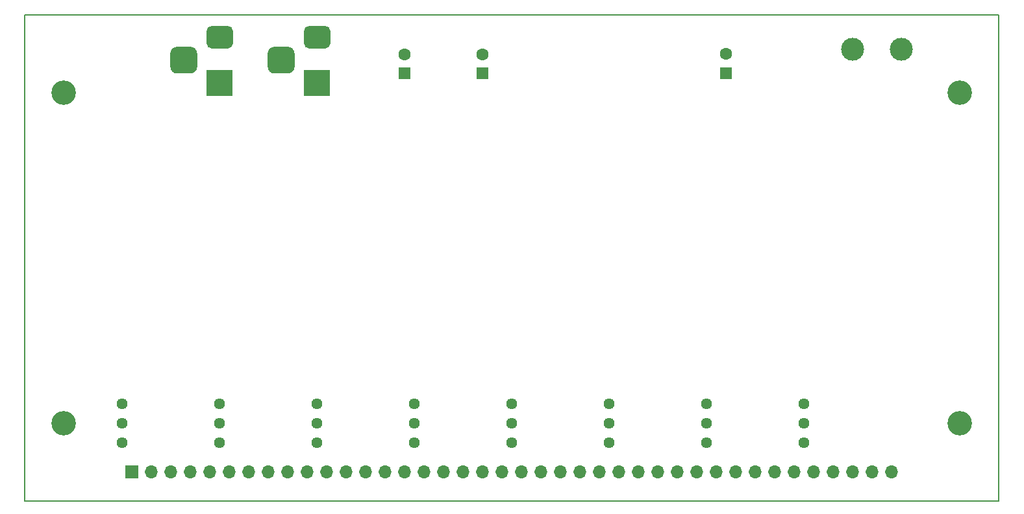
<source format=gbr>
G04 #@! TF.GenerationSoftware,KiCad,Pcbnew,5.1.8+dfsg1-1+b1*
G04 #@! TF.CreationDate,2021-07-07T16:36:25-05:00*
G04 #@! TF.ProjectId,potentiosynth,706f7465-6e74-4696-9f73-796e74682e6b,B*
G04 #@! TF.SameCoordinates,Original*
G04 #@! TF.FileFunction,Soldermask,Bot*
G04 #@! TF.FilePolarity,Negative*
%FSLAX46Y46*%
G04 Gerber Fmt 4.6, Leading zero omitted, Abs format (unit mm)*
G04 Created by KiCad (PCBNEW 5.1.8+dfsg1-1+b1) date 2021-07-07 16:36:25*
%MOMM*%
%LPD*%
G01*
G04 APERTURE LIST*
G04 #@! TA.AperFunction,Profile*
%ADD10C,0.150000*%
G04 #@! TD*
%ADD11C,1.440000*%
%ADD12R,3.500000X3.500000*%
%ADD13C,3.200000*%
%ADD14O,1.700000X1.700000*%
%ADD15R,1.700000X1.700000*%
%ADD16C,3.000000*%
%ADD17C,1.600000*%
%ADD18R,1.600000X1.600000*%
G04 APERTURE END LIST*
D10*
X50800000Y-127000000D02*
X177800000Y-127000000D01*
X50800000Y-63500000D02*
X177800000Y-63500000D01*
X50800000Y-127000000D02*
X50800000Y-63500000D01*
X177800000Y-127000000D02*
X177800000Y-63500000D01*
D11*
X114300000Y-119380000D03*
X114300000Y-116840000D03*
X114300000Y-114300000D03*
X63500000Y-119380000D03*
X63500000Y-116840000D03*
X63500000Y-114300000D03*
X127000000Y-119380000D03*
X127000000Y-116840000D03*
X127000000Y-114300000D03*
X88900000Y-119380000D03*
X88900000Y-116840000D03*
X88900000Y-114300000D03*
X76200000Y-119380000D03*
X76200000Y-116840000D03*
X76200000Y-114300000D03*
X101600000Y-119380000D03*
X101600000Y-116840000D03*
X101600000Y-114300000D03*
X152400000Y-119380000D03*
X152400000Y-116840000D03*
X152400000Y-114300000D03*
X139700000Y-119380000D03*
X139700000Y-116840000D03*
X139700000Y-114300000D03*
G36*
G01*
X83325000Y-67640000D02*
X85075000Y-67640000D01*
G75*
G02*
X85950000Y-68515000I0J-875000D01*
G01*
X85950000Y-70265000D01*
G75*
G02*
X85075000Y-71140000I-875000J0D01*
G01*
X83325000Y-71140000D01*
G75*
G02*
X82450000Y-70265000I0J875000D01*
G01*
X82450000Y-68515000D01*
G75*
G02*
X83325000Y-67640000I875000J0D01*
G01*
G37*
G36*
G01*
X87900000Y-64890000D02*
X89900000Y-64890000D01*
G75*
G02*
X90650000Y-65640000I0J-750000D01*
G01*
X90650000Y-67140000D01*
G75*
G02*
X89900000Y-67890000I-750000J0D01*
G01*
X87900000Y-67890000D01*
G75*
G02*
X87150000Y-67140000I0J750000D01*
G01*
X87150000Y-65640000D01*
G75*
G02*
X87900000Y-64890000I750000J0D01*
G01*
G37*
D12*
X88900000Y-72390000D03*
G36*
G01*
X70625000Y-67640000D02*
X72375000Y-67640000D01*
G75*
G02*
X73250000Y-68515000I0J-875000D01*
G01*
X73250000Y-70265000D01*
G75*
G02*
X72375000Y-71140000I-875000J0D01*
G01*
X70625000Y-71140000D01*
G75*
G02*
X69750000Y-70265000I0J875000D01*
G01*
X69750000Y-68515000D01*
G75*
G02*
X70625000Y-67640000I875000J0D01*
G01*
G37*
G36*
G01*
X75200000Y-64890000D02*
X77200000Y-64890000D01*
G75*
G02*
X77950000Y-65640000I0J-750000D01*
G01*
X77950000Y-67140000D01*
G75*
G02*
X77200000Y-67890000I-750000J0D01*
G01*
X75200000Y-67890000D01*
G75*
G02*
X74450000Y-67140000I0J750000D01*
G01*
X74450000Y-65640000D01*
G75*
G02*
X75200000Y-64890000I750000J0D01*
G01*
G37*
X76200000Y-72390000D03*
D13*
X55880000Y-116840000D03*
X55880000Y-73660000D03*
X172720000Y-73660000D03*
X172720000Y-116840000D03*
D14*
X163830000Y-123190000D03*
X161290000Y-123190000D03*
X158750000Y-123190000D03*
X156210000Y-123190000D03*
X153670000Y-123190000D03*
X151130000Y-123190000D03*
X148590000Y-123190000D03*
X146050000Y-123190000D03*
X143510000Y-123190000D03*
X140970000Y-123190000D03*
X138430000Y-123190000D03*
X135890000Y-123190000D03*
X133350000Y-123190000D03*
X130810000Y-123190000D03*
X128270000Y-123190000D03*
X125730000Y-123190000D03*
X123190000Y-123190000D03*
X120650000Y-123190000D03*
X118110000Y-123190000D03*
X115570000Y-123190000D03*
X113030000Y-123190000D03*
X110490000Y-123190000D03*
X107950000Y-123190000D03*
X105410000Y-123190000D03*
X102870000Y-123190000D03*
X100330000Y-123190000D03*
X97790000Y-123190000D03*
X95250000Y-123190000D03*
X92710000Y-123190000D03*
X90170000Y-123190000D03*
X87630000Y-123190000D03*
X85090000Y-123190000D03*
X82550000Y-123190000D03*
X80010000Y-123190000D03*
X77470000Y-123190000D03*
X74930000Y-123190000D03*
X72390000Y-123190000D03*
X69850000Y-123190000D03*
X67310000Y-123190000D03*
D15*
X64770000Y-123190000D03*
D16*
X165100000Y-67945000D03*
X158750000Y-67945000D03*
D17*
X142240000Y-68580000D03*
D18*
X142240000Y-71080000D03*
D17*
X110490000Y-68620000D03*
D18*
X110490000Y-71120000D03*
D17*
X100330000Y-68620000D03*
D18*
X100330000Y-71120000D03*
M02*

</source>
